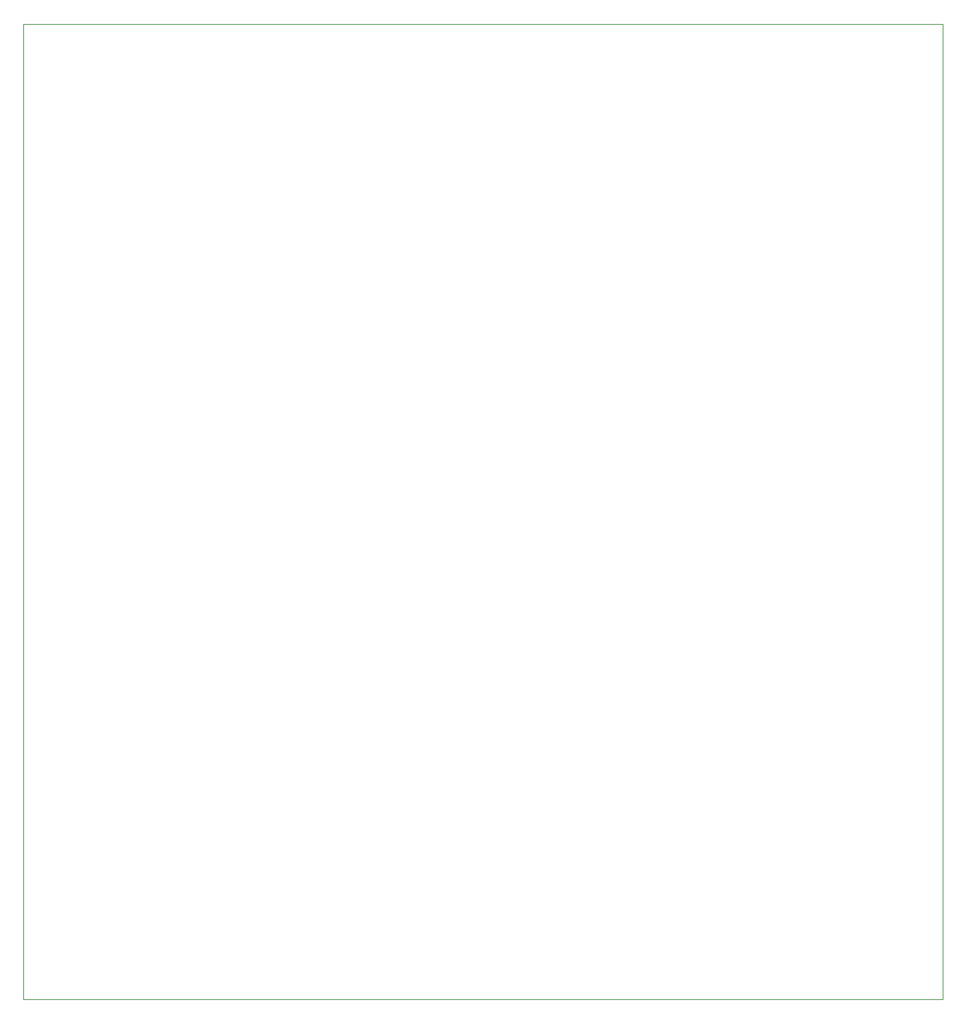
<source format=gbr>
G04 #@! TF.GenerationSoftware,KiCad,Pcbnew,(5.1.2-1)-1*
G04 #@! TF.CreationDate,2021-05-31T13:24:31-04:00*
G04 #@! TF.ProjectId,Wave Multiplier - Serge,57617665-204d-4756-9c74-69706c696572,rev?*
G04 #@! TF.SameCoordinates,Original*
G04 #@! TF.FileFunction,Profile,NP*
%FSLAX46Y46*%
G04 Gerber Fmt 4.6, Leading zero omitted, Abs format (unit mm)*
G04 Created by KiCad (PCBNEW (5.1.2-1)-1) date 2021-05-31 13:24:31*
%MOMM*%
%LPD*%
G04 APERTURE LIST*
%ADD10C,0.050000*%
G04 APERTURE END LIST*
D10*
X122428000Y-12192000D02*
X12192000Y-12192000D01*
X122428000Y-129032000D02*
X122428000Y-12192000D01*
X12192000Y-129032000D02*
X122428000Y-129032000D01*
X12192000Y-12192000D02*
X12192000Y-129032000D01*
M02*

</source>
